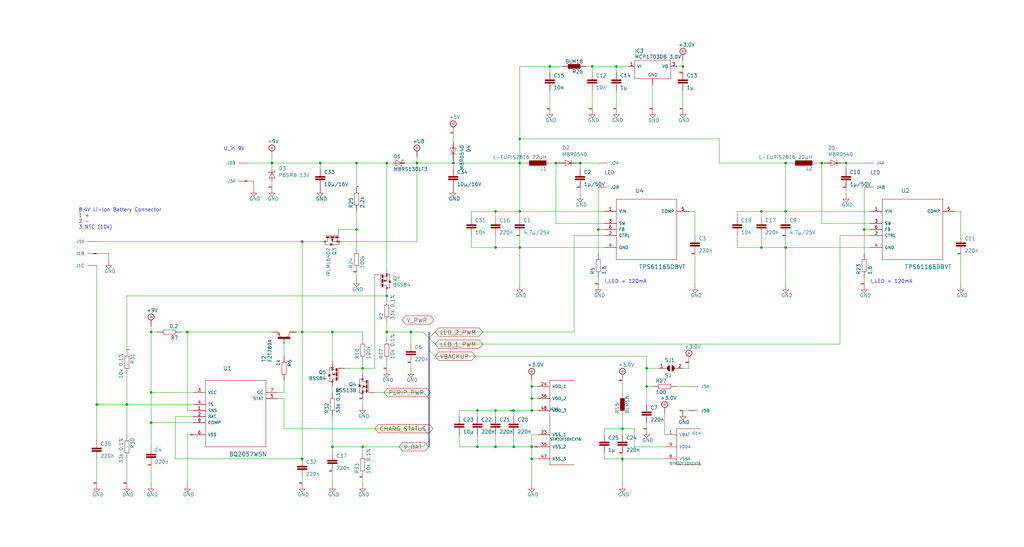
<source format=kicad_sch>
(kicad_sch (version 20211123) (generator eeschema)
  (paper "User" 430.403 230.149)
  (junction (at 330.2 68.58))
  (junction (at 127 193.04))
  (junction (at 287.02 27.94))
  (junction (at 355.6 68.58))
  (junction (at 320.04 88.9))
  (junction (at 208.28 187.96))
  (junction (at 139.7 187.96))
  (junction (at 139.7 139.7))
  (junction (at 218.44 88.9))
  (junction (at 190.5 68.58))
  (junction (at 218.44 58.42))
  (junction (at 261.62 193.04))
  (junction (at 271.78 154.94))
  (junction (at 53.34 170.18))
  (junction (at 114.3 68.58))
  (junction (at 208.28 172.72))
  (junction (at 345.44 68.58))
  (junction (at 215.9 172.72))
  (junction (at 233.68 68.58))
  (junction (at 320.04 104.14))
  (junction (at 363.22 96.52))
  (junction (at 215.9 187.96))
  (junction (at 172.72 139.7))
  (junction (at 271.78 162.56))
  (junction (at 149.86 96.52))
  (junction (at 330.2 88.9))
  (junction (at 248.92 27.94))
  (junction (at 223.52 162.56))
  (junction (at 162.56 68.58))
  (junction (at 78.74 139.7))
  (junction (at 127 139.7))
  (junction (at 162.56 124.46))
  (junction (at 63.5 139.7))
  (junction (at 208.28 104.14))
  (junction (at 152.4 154.94))
  (junction (at 40.64 170.18))
  (junction (at 63.5 177.8))
  (junction (at 218.44 104.14))
  (junction (at 259.08 27.94))
  (junction (at 218.44 68.58))
  (junction (at 175.26 68.58))
  (junction (at 208.28 88.9))
  (junction (at 261.62 180.34))
  (junction (at 149.86 68.58))
  (junction (at 152.4 187.96))
  (junction (at 330.2 104.14))
  (junction (at 134.62 68.58))
  (junction (at 127 101.6))
  (junction (at 243.84 68.58))
  (junction (at 223.52 167.64))
  (junction (at 200.66 187.96))
  (junction (at 251.46 96.52))
  (junction (at 223.52 172.72))
  (junction (at 231.14 27.94))
  (junction (at 223.52 187.96))
  (junction (at 63.5 165.1))
  (junction (at 200.66 172.72))
  (junction (at 223.52 193.04))
  (junction (at 162.56 139.7))
  (bus_entry (at 180.34 142.24) (size 2.54 -2.54))
  (bus_entry (at 180.34 147.32) (size 2.54 2.54))
  (bus_entry (at 177.8 165.1) (size 2.54 2.54))
  (bus_entry (at 177.8 180.34) (size 2.54 2.54))
  (bus_entry (at 177.8 139.7) (size 2.54 2.54))
  (bus_entry (at 177.8 187.96) (size 2.54 -2.54))
  (bus_entry (at 180.34 142.24) (size 2.54 2.54))
  (bus (pts (xy 180.34 139.7) (xy 180.34 142.24)))
  (wire (pts (xy 320.04 88.9) (xy 330.2 88.9)))
  (wire (pts (xy 274.32 45.72) (xy 274.32 35.56)))
  (wire (pts (xy 223.52 160.02) (xy 223.52 162.56)))
  (wire (pts (xy 271.78 162.56) (xy 271.78 170.18)))
  (wire (pts (xy 73.66 193.04) (xy 127 193.04)))
  (wire (pts (xy 223.52 182.88) (xy 223.52 187.96)))
  (wire (pts (xy 401.32 88.9) (xy 403.86 88.9)))
  (wire (pts (xy 254 88.9) (xy 218.44 88.9)))
  (wire (pts (xy 266.7 187.96) (xy 266.7 180.34)))
  (wire (pts (xy 279.4 182.88) (xy 279.4 173.99)))
  (wire (pts (xy 157.48 165.1) (xy 177.8 165.1)))
  (wire (pts (xy 271.78 180.34) (xy 271.78 177.8)))
  (wire (pts (xy 251.46 78.74) (xy 251.46 96.52)))
  (bus (pts (xy 180.34 142.24) (xy 180.34 147.32)))
  (wire (pts (xy 365.76 104.14) (xy 330.2 104.14)))
  (wire (pts (xy 223.52 187.96) (xy 223.52 193.04)))
  (wire (pts (xy 309.88 88.9) (xy 309.88 91.44)))
  (wire (pts (xy 241.3 68.58) (xy 243.84 68.58)))
  (wire (pts (xy 162.56 113.03) (xy 162.56 68.58)))
  (wire (pts (xy 193.04 187.96) (xy 200.66 187.96)))
  (wire (pts (xy 261.62 175.26) (xy 261.62 180.34)))
  (wire (pts (xy 226.06 187.96) (xy 223.52 187.96)))
  (wire (pts (xy 116.84 167.64) (xy 119.38 167.64)))
  (wire (pts (xy 261.62 160.02) (xy 261.62 165.1)))
  (wire (pts (xy 157.48 115.57) (xy 157.48 154.94)))
  (wire (pts (xy 226.06 172.72) (xy 223.52 172.72)))
  (wire (pts (xy 243.84 71.12) (xy 243.84 68.58)))
  (wire (pts (xy 76.2 139.7) (xy 78.74 139.7)))
  (wire (pts (xy 144.78 154.94) (xy 152.4 154.94)))
  (wire (pts (xy 287.02 45.72) (xy 287.02 38.1)))
  (wire (pts (xy 162.56 139.7) (xy 162.56 135.89)))
  (wire (pts (xy 289.56 88.9) (xy 292.1 88.9)))
  (wire (pts (xy 127 101.6) (xy 134.62 101.6)))
  (wire (pts (xy 149.86 114.3) (xy 149.86 116.84)))
  (wire (pts (xy 81.28 175.26) (xy 73.66 175.26)))
  (wire (pts (xy 302.26 58.42) (xy 218.44 58.42)))
  (wire (pts (xy 175.26 101.6) (xy 175.26 68.58)))
  (wire (pts (xy 198.12 88.9) (xy 198.12 91.44)))
  (wire (pts (xy 149.86 88.9) (xy 149.86 96.52)))
  (wire (pts (xy 53.34 170.18) (xy 53.34 182.88)))
  (wire (pts (xy 139.7 165.1) (xy 139.7 162.56)))
  (wire (pts (xy 119.38 180.34) (xy 177.8 180.34)))
  (wire (pts (xy 226.06 167.64) (xy 223.52 167.64)))
  (wire (pts (xy 355.6 71.12) (xy 355.6 68.58)))
  (wire (pts (xy 127 203.2) (xy 127 200.66)))
  (wire (pts (xy 292.1 106.68) (xy 292.1 119.38)))
  (wire (pts (xy 261.62 190.5) (xy 261.62 193.04)))
  (wire (pts (xy 134.62 71.12) (xy 134.62 68.58)))
  (wire (pts (xy 236.22 27.94) (xy 231.14 27.94)))
  (wire (pts (xy 264.16 27.94) (xy 259.08 27.94)))
  (wire (pts (xy 254 93.98) (xy 233.68 93.98)))
  (wire (pts (xy 251.46 119.38) (xy 251.46 116.84)))
  (wire (pts (xy 78.74 182.88) (xy 78.74 203.2)))
  (wire (pts (xy 226.06 162.56) (xy 223.52 162.56)))
  (wire (pts (xy 287.02 30.48) (xy 287.02 27.94)))
  (wire (pts (xy 119.38 167.64) (xy 119.38 180.34)))
  (wire (pts (xy 254 180.34) (xy 261.62 180.34)))
  (wire (pts (xy 114.3 71.12) (xy 114.3 68.58)))
  (wire (pts (xy 248.92 45.72) (xy 248.92 38.1)))
  (wire (pts (xy 243.84 68.58) (xy 251.46 68.58)))
  (wire (pts (xy 223.52 187.96) (xy 215.9 187.96)))
  (wire (pts (xy 172.72 144.78) (xy 172.72 139.7)))
  (wire (pts (xy 345.44 68.58) (xy 342.9 68.58)))
  (wire (pts (xy 152.4 142.24) (xy 152.4 139.7)))
  (wire (pts (xy 104.14 68.58) (xy 114.3 68.58)))
  (wire (pts (xy 193.04 172.72) (xy 200.66 172.72)))
  (wire (pts (xy 63.5 177.8) (xy 63.5 187.96)))
  (wire (pts (xy 284.48 27.94) (xy 287.02 27.94)))
  (wire (pts (xy 215.9 172.72) (xy 215.9 175.26)))
  (wire (pts (xy 63.5 165.1) (xy 63.5 177.8)))
  (wire (pts (xy 279.4 193.04) (xy 261.62 193.04)))
  (wire (pts (xy 157.48 154.94) (xy 152.4 154.94)))
  (wire (pts (xy 330.2 104.14) (xy 330.2 119.38)))
  (wire (pts (xy 218.44 88.9) (xy 218.44 68.58)))
  (wire (pts (xy 289.56 154.94) (xy 287.02 154.94)))
  (wire (pts (xy 175.26 68.58) (xy 190.5 68.58)))
  (wire (pts (xy 259.08 45.72) (xy 259.08 38.1)))
  (wire (pts (xy 208.28 187.96) (xy 208.28 182.88)))
  (wire (pts (xy 208.28 172.72) (xy 200.66 172.72)))
  (wire (pts (xy 353.06 68.58) (xy 355.6 68.58)))
  (wire (pts (xy 81.28 165.1) (xy 63.5 165.1)))
  (wire (pts (xy 254 182.88) (xy 254 180.34)))
  (wire (pts (xy 226.06 193.04) (xy 223.52 193.04)))
  (wire (pts (xy 139.7 139.7) (xy 127 139.7)))
  (wire (pts (xy 139.7 190.5) (xy 139.7 187.96)))
  (wire (pts (xy 271.78 162.56) (xy 271.78 154.94)))
  (wire (pts (xy 200.66 187.96) (xy 208.28 187.96)))
  (wire (pts (xy 40.64 203.2) (xy 40.64 193.04)))
  (wire (pts (xy 226.06 182.88) (xy 223.52 182.88)))
  (wire (pts (xy 403.86 88.9) (xy 403.86 99.06)))
  (wire (pts (xy 355.6 68.58) (xy 363.22 68.58)))
  (wire (pts (xy 218.44 68.58) (xy 220.98 68.58)))
  (wire (pts (xy 63.5 165.1) (xy 63.5 139.7)))
  (wire (pts (xy 355.6 78.74) (xy 355.6 81.28)))
  (wire (pts (xy 175.26 68.58) (xy 175.26 66.04)))
  (wire (pts (xy 139.7 187.96) (xy 139.7 175.26)))
  (wire (pts (xy 259.08 27.94) (xy 248.92 27.94)))
  (wire (pts (xy 248.92 30.48) (xy 248.92 27.94)))
  (wire (pts (xy 261.62 180.34) (xy 261.62 182.88)))
  (wire (pts (xy 190.5 71.12) (xy 190.5 68.58)))
  (wire (pts (xy 241.3 99.06) (xy 254 99.06)))
  (wire (pts (xy 81.28 172.72) (xy 78.74 172.72)))
  (wire (pts (xy 149.86 96.52) (xy 142.24 96.52)))
  (wire (pts (xy 200.66 182.88) (xy 200.66 187.96)))
  (wire (pts (xy 127 139.7) (xy 127 101.6)))
  (wire (pts (xy 182.88 144.78) (xy 353.06 144.78)))
  (wire (pts (xy 162.56 142.24) (xy 162.56 139.7)))
  (wire (pts (xy 78.74 172.72) (xy 78.74 139.7)))
  (wire (pts (xy 287.02 172.72) (xy 289.56 172.72)))
  (wire (pts (xy 119.38 165.1) (xy 119.38 160.02)))
  (wire (pts (xy 63.5 137.16) (xy 63.5 139.7)))
  (wire (pts (xy 172.72 139.7) (xy 162.56 139.7)))
  (wire (pts (xy 403.86 106.68) (xy 403.86 119.38)))
  (wire (pts (xy 190.5 68.58) (xy 218.44 68.58)))
  (wire (pts (xy 78.74 139.7) (xy 114.3 139.7)))
  (wire (pts (xy 363.22 78.74) (xy 363.22 96.52)))
  (wire (pts (xy 259.08 30.48) (xy 259.08 27.94)))
  (wire (pts (xy 254 104.14) (xy 218.44 104.14)))
  (wire (pts (xy 241.3 139.7) (xy 241.3 99.06)))
  (wire (pts (xy 363.22 119.38) (xy 363.22 116.84)))
  (wire (pts (xy 271.78 154.94) (xy 271.78 149.86)))
  (wire (pts (xy 284.48 162.56) (xy 289.56 162.56)))
  (wire (pts (xy 254 96.52) (xy 251.46 96.52)))
  (wire (pts (xy 271.78 162.56) (xy 274.32 162.56)))
  (wire (pts (xy 162.56 123.19) (xy 162.56 124.46)))
  (wire (pts (xy 218.44 99.06) (xy 218.44 104.14)))
  (wire (pts (xy 248.92 27.94) (xy 246.38 27.94)))
  (wire (pts (xy 215.9 187.96) (xy 208.28 187.96)))
  (wire (pts (xy 231.14 45.72) (xy 231.14 38.1)))
  (wire (pts (xy 345.44 93.98) (xy 345.44 68.58)))
  (wire (pts (xy 345.44 68.58) (xy 347.98 68.58)))
  (wire (pts (xy 53.34 170.18) (xy 40.64 170.18)))
  (bus (pts (xy 180.34 167.64) (xy 180.34 182.88)))
  (wire (pts (xy 40.64 111.76) (xy 40.64 170.18)))
  (wire (pts (xy 73.66 175.26) (xy 73.66 193.04)))
  (wire (pts (xy 139.7 187.96) (xy 152.4 187.96)))
  (wire (pts (xy 353.06 144.78) (xy 353.06 99.06)))
  (wire (pts (xy 218.44 88.9) (xy 208.28 88.9)))
  (wire (pts (xy 363.22 96.52) (xy 363.22 106.68)))
  (wire (pts (xy 320.04 91.44) (xy 320.04 88.9)))
  (wire (pts (xy 231.14 27.94) (xy 218.44 27.94)))
  (wire (pts (xy 302.26 68.58) (xy 330.2 68.58)))
  (wire (pts (xy 200.66 172.72) (xy 200.66 175.26)))
  (wire (pts (xy 198.12 99.06) (xy 198.12 104.14)))
  (wire (pts (xy 330.2 91.44) (xy 330.2 88.9)))
  (wire (pts (xy 198.12 104.14) (xy 208.28 104.14)))
  (wire (pts (xy 289.56 152.4) (xy 289.56 154.94)))
  (bus (pts (xy 180.34 182.88) (xy 180.34 185.42)))
  (wire (pts (xy 276.86 154.94) (xy 271.78 154.94)))
  (wire (pts (xy 53.34 203.2) (xy 53.34 193.04)))
  (wire (pts (xy 170.18 68.58) (xy 175.26 68.58)))
  (wire (pts (xy 193.04 182.88) (xy 193.04 187.96)))
  (wire (pts (xy 152.4 200.66) (xy 152.4 203.2)))
  (wire (pts (xy 365.76 88.9) (xy 330.2 88.9)))
  (wire (pts (xy 218.44 91.44) (xy 218.44 88.9)))
  (wire (pts (xy 152.4 167.64) (xy 152.4 170.18)))
  (wire (pts (xy 287.02 27.94) (xy 287.02 25.4)))
  (wire (pts (xy 106.68 76.2) (xy 106.68 78.74)))
  (wire (pts (xy 254 190.5) (xy 254 193.04)))
  (wire (pts (xy 254 193.04) (xy 261.62 193.04)))
  (wire (pts (xy 223.52 193.04) (xy 223.52 203.2)))
  (wire (pts (xy 114.3 68.58) (xy 114.3 66.04)))
  (wire (pts (xy 302.26 68.58) (xy 302.26 58.42)))
  (wire (pts (xy 162.56 154.94) (xy 162.56 152.4)))
  (wire (pts (xy 233.68 68.58) (xy 236.22 68.58)))
  (wire (pts (xy 152.4 154.94) (xy 152.4 152.4)))
  (wire (pts (xy 127 139.7) (xy 124.46 139.7)))
  (wire (pts (xy 172.72 152.4) (xy 172.72 154.94)))
  (wire (pts (xy 40.64 101.6) (xy 127 101.6)))
  (wire (pts (xy 330.2 88.9) (xy 330.2 68.58)))
  (wire (pts (xy 353.06 99.06) (xy 365.76 99.06)))
  (wire (pts (xy 53.34 157.48) (xy 53.34 170.18)))
  (wire (pts (xy 320.04 88.9) (xy 309.88 88.9)))
  (wire (pts (xy 208.28 88.9) (xy 198.12 88.9)))
  (wire (pts (xy 190.5 55.88) (xy 190.5 60.96)))
  (wire (pts (xy 144.78 101.6) (xy 175.26 101.6)))
  (wire (pts (xy 66.04 139.7) (xy 63.5 139.7)))
  (wire (pts (xy 218.44 104.14) (xy 218.44 119.38)))
  (wire (pts (xy 215.9 182.88) (xy 215.9 187.96)))
  (wire (pts (xy 218.44 27.94) (xy 218.44 58.42)))
  (bus (pts (xy 180.34 185.42) (xy 180.34 187.96)))
  (wire (pts (xy 149.86 96.52) (xy 149.86 104.14)))
  (wire (pts (xy 365.76 96.52) (xy 363.22 96.52)))
  (wire (pts (xy 208.28 88.9) (xy 208.28 91.44)))
  (wire (pts (xy 279.4 187.96) (xy 266.7 187.96)))
  (wire (pts (xy 162.56 124.46) (xy 162.56 125.73)))
  (wire (pts (xy 365.76 93.98) (xy 345.44 93.98)))
  (wire (pts (xy 53.34 124.46) (xy 162.56 124.46)))
  (wire (pts (xy 40.64 185.42) (xy 40.64 170.18)))
  (wire (pts (xy 81.28 177.8) (xy 63.5 177.8)))
  (wire (pts (xy 190.5 66.04) (xy 190.5 68.58)))
  (wire (pts (xy 63.5 195.58) (xy 63.5 203.2)))
  (wire (pts (xy 177.8 139.7) (xy 172.72 139.7)))
  (wire (pts (xy 330.2 68.58) (xy 332.74 68.58)))
  (wire (pts (xy 320.04 104.14) (xy 330.2 104.14)))
  (wire (pts (xy 182.88 139.7) (xy 241.3 139.7)))
  (wire (pts (xy 114.3 78.74) (xy 114.3 76.2)))
  (wire (pts (xy 231.14 30.48) (xy 231.14 27.94)))
  (wire (pts (xy 182.88 149.86) (xy 271.78 149.86)))
  (wire (pts (xy 208.28 175.26) (xy 208.28 172.72)))
  (wire (pts (xy 149.86 78.74) (xy 149.86 68.58)))
  (wire (pts (xy 261.62 193.04) (xy 261.62 203.2)))
  (wire (pts (xy 162.56 68.58) (xy 165.1 68.58)))
  (wire (pts (xy 292.1 88.9) (xy 292.1 99.06)))
  (wire (pts (xy 233.68 93.98) (xy 233.68 68.58)))
  (wire (pts (xy 233.68 68.58) (xy 231.14 68.58)))
  (wire (pts (xy 114.3 68.58) (xy 134.62 68.58)))
  (bus (pts (xy 180.34 147.32) (xy 180.34 167.64)))
  (wire (pts (xy 139.7 152.4) (xy 139.7 139.7)))
  (wire (pts (xy 152.4 157.48) (xy 152.4 154.94)))
  (wire (pts (xy 116.84 165.1) (xy 119.38 165.1)))
  (wire (pts (xy 320.04 99.06) (xy 320.04 104.14)))
  (wire (pts (xy 223.52 167.64) (xy 223.52 172.72)))
  (wire (pts (xy 251.46 96.52) (xy 251.46 106.68)))
  (wire (pts (xy 104.14 76.2) (xy 106.68 76.2)))
  (wire (pts (xy 81.28 170.18) (xy 53.34 170.18)))
  (wire (pts (xy 81.28 182.88) (xy 78.74 182.88)))
  (wire (pts (xy 139.7 198.12) (xy 139.7 203.2)))
  (wire (pts (xy 193.04 175.26) (xy 193.04 172.72)))
  (wire (pts (xy 53.34 147.32) (xy 53.34 124.46)))
  (wire (pts (xy 223.52 172.72) (xy 215.9 172.72)))
  (wire (pts (xy 152.4 190.5) (xy 152.4 187.96)))
  (wire (pts (xy 223.52 162.56) (xy 223.52 167.64)))
  (wire (pts (xy 243.84 78.74) (xy 243.84 81.28)))
  (wire (pts (xy 45.72 106.68) (xy 45.72 109.22)))
  (wire (pts (xy 152.4 187.96) (xy 177.8 187.96)))
  (wire (pts (xy 208.28 99.06) (xy 208.28 104.14)))
  (wire (pts (xy 208.28 172.72) (xy 215.9 172.72)))
  (wire (pts (xy 218.44 58.42) (xy 218.44 68.58)))
  (wire (pts (xy 309.88 104.14) (xy 320.04 104.14)))
  (wire (pts (xy 266.7 180.34) (xy 261.62 180.34)))
  (wire (pts (xy 119.38 149.86) (xy 119.38 144.78)))
  (wire (pts (xy 134.62 68.58) (xy 149.86 68.58)))
  (wire (pts (xy 208.28 104.14) (xy 218.44 104.14)))
  (wire (pts (xy 127 193.04) (xy 127 139.7)))
  (wire (pts (xy 152.4 139.7) (xy 139.7 139.7)))
  (wire (pts (xy 149.86 68.58) (xy 162.56 68.58)))
  (wire (pts (xy 40.64 106.68) (xy 45.72 106.68)))
  (wire (pts (xy 309.88 99.06) (xy 309.88 104.14)))
  (wire (pts (xy 330.2 99.06) (xy 330.2 104.14)))
  (text "I_LED = 120mA" (at 254 119.38 0) (effects (font (size 1.4986 1.4986)) (justify left bottom)))
  (text "LED" (at 254 73.66 0) (effects (font (size 1.4986 1.4986)) (justify left bottom)))
  (text "U_in 9V" (at 93.98 63.5 0) (effects (font (size 1.4986 1.4986)) (justify left bottom)))
  (text "I_LED = 120mA" (at 365.76 119.38 0) (effects (font (size 1.4986 1.4986)) (justify left bottom)))
  (text "8,4V Li-Ion Battery Connector\n1 +\n2 -\n3 NTC (10k)" (at 33.02 96.52 0) (effects (font (size 1.4986 1.4986)) (justify left bottom)))
  (text "LED" (at 365.76 73.66 0) (effects (font (size 1.4986 1.4986)) (justify left bottom)))
  (label "+9V" (at 53.34 147.32 0) (effects (font (size 0.254 0.254))))
  (label "+9V" (at 149.86 78.74 0) (effects (font (size 0.254 0.254))))
  (global_label "GND" (shape bidirectional) (at 172.72 152.4 180) (effects (font (size 0.254 0.254))) (property "Intersheet References" "${INTERSHEET_REFS}" (effects hide)))
  (global_label "GND" (shape bidirectional) (at 292.1 106.68 180) (effects (font (size 0.254 0.254))) (property "Intersheet References" "${INTERSHEET_REFS}" (effects hide)))
  (global_label "V_BAT" (shape bidirectional) (at 167.64 187.96 0) (effects (font (size 1.778 1.778))) (property "Intersheet References" "${INTERSHEET_REFS}" (effects hide)))
  (global_label "GND" (shape bidirectional) (at 287.02 45.72 180) (effects (font (size 0.254 0.254))) (property "Intersheet References" "${INTERSHEET_REFS}" (effects hide)))
  (global_label "GND" (shape bidirectional) (at 104.14 76.2 180) (effects (font (size 0.254 0.254))) (property "Intersheet References" "${INTERSHEET_REFS}" (effects hide)))
  (global_label "GND" (shape bidirectional) (at 63.5 195.58 180) (effects (font (size 0.254 0.254))) (property "Intersheet References" "${INTERSHEET_REFS}" (effects hide)))
  (global_label "CHARG_STATUS" (shape bidirectional) (at 157.48 180.34 0) (effects (font (size 1.778 1.778))) (property "Intersheet References" "${INTERSHEET_REFS}" (effects hide)))
  (global_label "GND" (shape bidirectional) (at 218.44 99.06 180) (effects (font (size 0.254 0.254))) (property "Intersheet References" "${INTERSHEET_REFS}" (effects hide)))
  (global_label "GND" (shape bidirectional) (at 149.86 114.3 180) (effects (font (size 0.254 0.254))) (property "Intersheet References" "${INTERSHEET_REFS}" (effects hide)))
  (global_label "LED_2_PWM" (shape bidirectional) (at 182.88 139.7 0) (effects (font (size 1.778 1.778))) (property "Intersheet References" "${INTERSHEET_REFS}" (effects hide)))
  (global_label "GND" (shape bidirectional) (at 53.34 203.2 180) (effects (font (size 0.254 0.254))) (property "Intersheet References" "${INTERSHEET_REFS}" (effects hide)))
  (global_label "GND" (shape bidirectional) (at 403.86 106.68 180) (effects (font (size 0.254 0.254))) (property "Intersheet References" "${INTERSHEET_REFS}" (effects hide)))
  (global_label "GND" (shape bidirectional) (at 152.4 200.66 180) (effects (font (size 0.254 0.254))) (property "Intersheet References" "${INTERSHEET_REFS}" (effects hide)))
  (global_label "+UB" (shape bidirectional) (at 170.18 68.58 180) (effects (font (size 0.254 0.254))) (property "Intersheet References" "${INTERSHEET_REFS}" (effects hide)))
  (global_label "GND" (shape bidirectional) (at 287.02 172.72 180) (effects (font (size 0.254 0.254))) (property "Intersheet References" "${INTERSHEET_REFS}" (effects hide)))
  (global_label "LED_1_PWM" (shape bidirectional) (at 182.88 144.78 0) (effects (font (size 1.778 1.778))) (property "Intersheet References" "${INTERSHEET_REFS}" (effects hide)))
  (global_label "GND" (shape bidirectional) (at 40.64 203.2 180) (effects (font (size 0.254 0.254))) (property "Intersheet References" "${INTERSHEET_REFS}" (effects hide)))
  (global_label "GND" (shape bidirectional) (at 271.78 180.34 180) (effects (font (size 0.254 0.254))) (property "Intersheet References" "${INTERSHEET_REFS}" (effects hide)))
  (global_label "+UB3" (shape bidirectional) (at 261.62 160.02 180) (effects (font (size 0.254 0.254))) (property "Intersheet References" "${INTERSHEET_REFS}" (effects hide)))
  (global_label "+UB3" (shape bidirectional) (at 289.56 152.4 180) (effects (font (size 0.254 0.254))) (property "Intersheet References" "${INTERSHEET_REFS}" (effects hide)))
  (global_label "GND" (shape bidirectional) (at 261.62 190.5 180) (effects (font (size 0.254 0.254))) (property "Intersheet References" "${INTERSHEET_REFS}" (effects hide)))
  (global_label "GND" (shape bidirectional) (at 355.6 78.74 180) (effects (font (size 0.254 0.254))) (property "Intersheet References" "${INTERSHEET_REFS}" (effects hide)))
  (global_label "GND" (shape bidirectional) (at 114.3 78.74 180) (effects (font (size 0.254 0.254))) (property "Intersheet References" "${INTERSHEET_REFS}" (effects hide)))
  (global_label "GND" (shape bidirectional) (at 226.06 187.96 180) (effects (font (size 0.254 0.254))) (property "Intersheet References" "${INTERSHEET_REFS}" (effects hide)))
  (global_label "GND" (shape bidirectional) (at 248.92 45.72 180) (effects (font (size 0.254 0.254))) (property "Intersheet References" "${INTERSHEET_REFS}" (effects hide)))
  (global_label "GND" (shape bidirectional) (at 251.46 119.38 180) (effects (font (size 0.254 0.254))) (property "Intersheet References" "${INTERSHEET_REFS}" (effects hide)))
  (global_label "GND" (shape bidirectional) (at 162.56 154.94 180) (effects (font (size 0.254 0.254))) (property "Intersheet References" "${INTERSHEET_REFS}" (effects hide)))
  (global_label "GND" (shape bidirectional) (at 259.08 45.72 180) (effects (font (size 0.254 0.254))) (property "Intersheet References" "${INTERSHEET_REFS}" (effects hide)))
  (global_label "GND" (shape bidirectional) (at 274.32 45.72 180) (effects (font (size 0.254 0.254))) (property "Intersheet References" "${INTERSHEET_REFS}" (effects hide)))
  (global_label "PERIP_PWR" (shape bidirectional) (at 161.29 165.1 0) (effects (font (size 1.778 1.778))) (property "Intersheet References" "${INTERSHEET_REFS}" (effects hide)))
  (global_label "GND" (shape bidirectional) (at 139.7 198.12 180) (effects (font (size 0.254 0.254))) (property "Intersheet References" "${INTERSHEET_REFS}" (effects hide)))
  (global_label "GND" (shape bidirectional) (at 127 203.2 180) (effects (font (size 0.254 0.254))) (property "Intersheet References" "${INTERSHEET_REFS}" (effects hide)))
  (global_label "+UB3" (shape bidirectional) (at 287.02 30.48 180) (effects (font (size 0.254 0.254))) (property "Intersheet References" "${INTERSHEET_REFS}" (effects hide)))
  (global_label "GND" (shape bidirectional) (at 243.84 78.74 180) (effects (font (size 0.254 0.254))) (property "Intersheet References" "${INTERSHEET_REFS}" (effects hide)))
  (global_label "GND" (shape bidirectional) (at 40.64 106.68 180) (effects (font (size 0.254 0.254))) (property "Intersheet References" "${INTERSHEET_REFS}" (effects hide)))
  (global_label "V_PWR" (shape bidirectional) (at 168.91 134.62 0) (effects (font (size 1.778 1.778))) (property "Intersheet References" "${INTERSHEET_REFS}" (effects hide)))
  (global_label "VBACKUP" (shape bidirectional) (at 182.88 149.86 0) (effects (font (size 1.778 1.778))) (property "Intersheet References" "${INTERSHEET_REFS}" (effects hide)))
  (global_label "GND" (shape bidirectional) (at 330.2 99.06 180) (effects (font (size 0.254 0.254))) (property "Intersheet References" "${INTERSHEET_REFS}" (effects hide)))
  (global_label "+5V" (shape bidirectional) (at 190.5 55.88 180) (effects (font (size 0.254 0.254))) (property "Intersheet References" "${INTERSHEET_REFS}" (effects hide)))
  (global_label "GND" (shape bidirectional) (at 231.14 45.72 180) (effects (font (size 0.254 0.254))) (property "Intersheet References" "${INTERSHEET_REFS}" (effects hide)))
  (global_label "GND" (shape bidirectional) (at 81.28 182.88 180) (effects (font (size 0.254 0.254))) (property "Intersheet References" "${INTERSHEET_REFS}" (effects hide)))
  (global_label "GND" (shape bidirectional) (at 152.4 167.64 180) (effects (font (size 0.254 0.254))) (property "Intersheet References" "${INTERSHEET_REFS}" (effects hide)))
  (global_label "+UB3" (shape bidirectional) (at 215.9 172.72 180) (effects (font (size 0.254 0.254))) (property "Intersheet References" "${INTERSHEET_REFS}" (effects hide)))
  (global_label "GND" (shape bidirectional) (at 363.22 119.38 180) (effects (font (size 0.254 0.254))) (property "Intersheet References" "${INTERSHEET_REFS}" (effects hide)))
  (symbol (lib_id "Lichtobjekt_6-eagle-import:GND") (at 172.72 157.48 0) (unit 1)
    (property "Reference" "#SUPPLY030" (effects hide))
    (property "Value" "GND" (at 170.815 160.655 0) (effects (font (size 1.4986 1.4986)) (justify left bottom)))
  )
  (symbol (lib_id "Lichtobjekt_6-eagle-import:GND") (at 363.22 121.92 0) (unit 1)
    (property "Reference" "#SUPPLY055" (effects hide))
    (property "Value" "GND" (at 361.315 125.095 0) (effects (font (size 1.4986 1.4986)) (justify left bottom)))
  )
  (symbol (lib_id "Lichtobjekt_6-eagle-import:R-EU_R1206") (at 251.46 111.76 90) (unit 1)
    (property "Reference" "R5" (at 249.9614 115.57 0) (effects (font (size 1.4986 1.4986)) (justify left bottom)))
    (property "Value" "1,6" (at 254.762 115.57 0) (effects (font (size 1.4986 1.4986)) (justify left bottom)))
    (property "Footprint" "Lichtobjekt 6:R1206" (effects hide))
  )
  (symbol (lib_id "Lichtobjekt_6-eagle-import:C-EUC0603") (at 271.78 172.72 0) (unit 1)
    (property "Reference" "C7" (at 273.304 172.339 0) (effects (font (size 1.4986 1.4986)) (justify left bottom)))
    (property "Value" "220n" (at 273.304 177.419 0) (effects (font (size 1.4986 1.4986)) (justify left bottom)))
    (property "Footprint" "Lichtobjekt 6:C0603" (effects hide))
  )
  (symbol (lib_id "Lichtobjekt_6-eagle-import:MCP1703DB") (at 274.32 27.94 0) (unit 1)
    (property "Reference" "IC3" (at 266.7 22.225 0) (effects (font (size 1.4986 1.4986)) (justify left bottom)))
    (property "Value" "MCP1703DB 3.0V" (at 266.7 24.765 0) (effects (font (size 1.4986 1.4986)) (justify left bottom)))
    (property "Footprint" "Lichtobjekt 6:SOT223" (effects hide))
  )
  (symbol (lib_id "Lichtobjekt_6-eagle-import:GND") (at 248.92 48.26 0) (unit 1)
    (property "Reference" "#SUPPLY059" (effects hide))
    (property "Value" "GND" (at 247.015 51.435 0) (effects (font (size 1.4986 1.4986)) (justify left bottom)))
  )
  (symbol (lib_id "Lichtobjekt_6-eagle-import:+9V") (at 63.5 134.62 0) (unit 1)
    (property "Reference" "#SUPPLY02" (effects hide))
    (property "Value" "+9V" (at 61.595 131.445 0) (effects (font (size 1.4986 1.4986)) (justify left bottom)))
  )
  (symbol (lib_id "Lichtobjekt_6-eagle-import:+3.0V") (at 261.62 157.48 0) (unit 1)
    (property "Reference" "#SUPPLY027" (effects hide))
    (property "Value" "+3.0V" (at 259.715 154.305 0) (effects (font (size 1.4986 1.4986)) (justify left bottom)))
  )
  (symbol (lib_id "Lichtobjekt_6-eagle-import:C-EUC0603") (at 261.62 185.42 0) (unit 1)
    (property "Reference" "C24" (at 263.144 185.039 0) (effects (font (size 1.4986 1.4986)) (justify left bottom)))
    (property "Value" "220n" (at 263.144 190.119 0) (effects (font (size 1.4986 1.4986)) (justify left bottom)))
    (property "Footprint" "Lichtobjekt 6:C0603" (effects hide))
  )
  (symbol (lib_id "Lichtobjekt_6-eagle-import:GND") (at 106.68 81.28 0) (unit 1)
    (property "Reference" "#SUPPLY04" (effects hide))
    (property "Value" "GND" (at 104.775 84.455 0) (effects (font (size 1.4986 1.4986)) (justify left bottom)))
  )
  (symbol (lib_id "Lichtobjekt_6-eagle-import:GND") (at 114.3 81.28 0) (unit 1)
    (property "Reference" "#SUPPLY05" (effects hide))
    (property "Value" "GND" (at 112.395 84.455 0) (effects (font (size 1.4986 1.4986)) (justify left bottom)))
  )
  (symbol (lib_id "Lichtobjekt_6-eagle-import:BSS138") (at 152.4 162.56 0) (mirror y) (unit 1)
    (property "Reference" "Q4" (at 149.86 162.56 0) (effects (font (size 1.4986 1.4986)) (justify left bottom)))
    (property "Value" "BSS138" (at 149.86 165.1 0) (effects (font (size 1.4986 1.4986)) (justify left bottom)))
    (property "Footprint" "Lichtobjekt 6:SOT23" (effects hide))
  )
  (symbol (lib_id "Lichtobjekt_6-eagle-import:STM32F10XCXT6") (at 289.56 187.96 0) (mirror y) (unit 8)
    (property "Reference" "IC1" (at 294.64 182.88 0) (effects (font (size 1.0668 1.0668)) (justify left bottom)))
    (property "Value" "STM32F10XCXT6" (at 294.64 195.58 0) (effects (font (size 1.0668 1.0668)) (justify left bottom)))
    (property "Footprint" "Lichtobjekt 6:TQFP48" (effects hide))
  )
  (symbol (lib_id "Lichtobjekt_6-eagle-import:STM32F10XCXT6") (at 236.22 177.8 0) (unit 5)
    (property "Reference" "IC1" (at 231.14 172.72 0) (effects (font (size 1.0668 1.0668)) (justify left bottom)))
    (property "Value" "STM32F10XCXT6" (at 231.14 185.42 0) (effects (font (size 1.0668 1.0668)) (justify left bottom)))
    (property "Footprint" "Lichtobjekt 6:TQFP48" (effects hide))
  )
  (symbol (lib_id "Lichtobjekt_6-eagle-import:C-EUC0805") (at 243.84 73.66 0) (unit 1)
    (property "Reference" "C2" (at 245.364 73.279 0) (effects (font (size 1.4986 1.4986)) (justify left bottom)))
    (property "Value" "1µ/50V" (at 245.364 78.359 0) (effects (font (size 1.4986 1.4986)) (justify left bottom)))
    (property "Footprint" "Lichtobjekt 6:C0805" (effects hide))
  )
  (symbol (lib_id "Lichtobjekt_6-eagle-import:+UB") (at 175.26 63.5 0) (unit 1)
    (property "Reference" "#SUPPLY017" (effects hide))
    (property "Value" "+UB" (at 173.355 60.325 0) (effects (font (size 1.4986 1.4986)) (justify left bottom)))
  )
  (symbol (lib_id "Lichtobjekt_6-eagle-import:+3.0V") (at 287.02 22.86 0) (unit 1)
    (property "Reference" "#SUPPLY015" (effects hide))
    (property "Value" "+3.0V" (at 285.115 19.685 0) (effects (font (size 1.4986 1.4986)) (justify left bottom)))
  )
  (symbol (lib_id "Lichtobjekt_6-eagle-import:GND") (at 243.84 83.82 0) (unit 1)
    (property "Reference" "#SUPPLY010" (effects hide))
    (property "Value" "GND" (at 241.935 86.995 0) (effects (font (size 1.4986 1.4986)) (justify left bottom)))
  )
  (symbol (lib_id "Lichtobjekt_6-eagle-import:GND") (at 292.1 121.92 0) (unit 1)
    (property "Reference" "#SUPPLY07" (effects hide))
    (property "Value" "GND" (at 290.195 125.095 0) (effects (font (size 1.4986 1.4986)) (justify left bottom)))
  )
  (symbol (lib_id "Lichtobjekt_6-eagle-import:+3.0V") (at 223.52 157.48 0) (unit 1)
    (property "Reference" "#SUPPLY024" (effects hide))
    (property "Value" "+3.0V" (at 221.615 154.305 0) (effects (font (size 1.4986 1.4986)) (justify left bottom)))
  )
  (symbol (lib_id "Lichtobjekt_6-eagle-import:GND") (at 139.7 205.74 0) (unit 1)
    (property "Reference" "#SUPPLY072" (effects hide))
    (property "Value" "GND" (at 137.795 208.915 0) (effects (font (size 1.4986 1.4986)) (justify left bottom)))
  )
  (symbol (lib_id "Lichtobjekt_6-eagle-import:FZT789A") (at 119.38 142.24 90) (unit 1)
    (property "Reference" "T2" (at 111.76 152.4 0) (effects (font (size 1.4986 1.4986)) (justify left bottom)))
    (property "Value" "FZT789A" (at 114.3 152.4 0) (effects (font (size 1.4986 1.4986)) (justify left bottom)))
    (property "Footprint" "Lichtobjekt 6:SOT223" (effects hide))
  )
  (symbol (lib_id "Lichtobjekt_6-eagle-import:GND") (at 287.02 48.26 0) (unit 1)
    (property "Reference" "#SUPPLY012" (effects hide))
    (property "Value" "GND" (at 285.115 51.435 0) (effects (font (size 1.4986 1.4986)) (justify left bottom)))
  )
  (symbol (lib_id "Lichtobjekt_6-eagle-import:MBR0520LT") (at 350.52 68.58 0) (unit 1)
    (property "Reference" "D5" (at 347.98 63.0174 0) (effects (font (size 1.4986 1.4986)) (justify left bottom)))
    (property "Value" "MBR0540" (at 347.98 65.8114 0) (effects (font (size 1.4986 1.4986)) (justify left bottom)))
    (property "Footprint" "Lichtobjekt 6:SOD123" (effects hide))
  )
  (symbol (lib_id "Lichtobjekt_6-eagle-import:C-EUC0603") (at 248.92 33.02 0) (unit 1)
    (property "Reference" "C12" (at 250.444 32.639 0) (effects (font (size 1.4986 1.4986)) (justify left bottom)))
    (property "Value" "10n" (at 250.444 37.719 0) (effects (font (size 1.4986 1.4986)) (justify left bottom)))
    (property "Footprint" "Lichtobjekt 6:C0603" (effects hide))
  )
  (symbol (lib_id "Lichtobjekt_6-eagle-import:GND") (at 231.14 48.26 0) (unit 1)
    (property "Reference" "#SUPPLY060" (effects hide))
    (property "Value" "GND" (at 229.235 51.435 0) (effects (font (size 1.4986 1.4986)) (justify left bottom)))
  )
  (symbol (lib_id "Lichtobjekt_6-eagle-import:GND") (at 355.6 83.82 0) (unit 1)
    (property "Reference" "#SUPPLY056" (effects hide))
    (property "Value" "GND" (at 353.695 86.995 0) (effects (font (size 1.4986 1.4986)) (justify left bottom)))
  )
  (symbol (lib_id "Lichtobjekt_6-eagle-import:BLM18") (at 261.62 170.18 90) (unit 1)
    (property "Reference" "R15" (at 260.2484 173.99 0) (effects (font (size 1.4986 1.4986)) (justify left bottom)))
    (property "Value" "BLM18" (at 264.541 173.99 0) (effects (font (size 1.4986 1.4986)) (justify left bottom)))
    (property "Footprint" "Lichtobjekt 6:R0805" (effects hide))
  )
  (symbol (lib_id "Lichtobjekt_6-eagle-import:C-EUC0603") (at 309.88 93.98 0) (unit 1)
    (property "Reference" "C19" (at 311.404 93.599 0) (effects (font (size 1.4986 1.4986)) (justify left bottom)))
    (property "Value" "10n" (at 311.404 98.679 0) (effects (font (size 1.4986 1.4986)) (justify left bottom)))
    (property "Footprint" "Lichtobjekt 6:C0603" (effects hide))
  )
  (symbol (lib_id "Lichtobjekt_6-eagle-import:C-EUC0603") (at 292.1 101.6 0) (unit 1)
    (property "Reference" "C3" (at 293.624 101.219 0) (effects (font (size 1.4986 1.4986)) (justify left bottom)))
    (property "Value" "220n" (at 293.624 106.299 0) (effects (font (size 1.4986 1.4986)) (justify left bottom)))
    (property "Footprint" "Lichtobjekt 6:C0603" (effects hide))
  )
  (symbol (lib_id "Lichtobjekt_6-eagle-import:C-EUC0603") (at 139.7 193.04 0) (unit 1)
    (property "Reference" "C37" (at 141.224 192.659 0) (effects (font (size 1.4986 1.4986)) (justify left bottom)))
    (property "Value" "220n" (at 141.224 197.739 0) (effects (font (size 1.4986 1.4986)) (justify left bottom)))
    (property "Footprint" "Lichtobjekt 6:C0603" (effects hide))
  )
  (symbol (lib_id "Lichtobjekt_6-eagle-import:C-EUC0603") (at 172.72 147.32 0) (unit 1)
    (property "Reference" "C6" (at 174.244 146.939 0) (effects (font (size 1.4986 1.4986)) (justify left bottom)))
    (property "Value" "220n" (at 174.244 152.019 0) (effects (font (size 1.4986 1.4986)) (justify left bottom)))
    (property "Footprint" "Lichtobjekt 6:C0603" (effects hide))
  )
  (symbol (lib_id "Lichtobjekt_6-eagle-import:TPS61165DBVT") (at 383.54 93.98 0) (unit 1)
    (property "Reference" "U2" (at 378.6632 81.2546 0) (effects (font (size 1.7526 1.7526)) (justify left bottom)))
    (property "Value" "TPS61165DBVT" (at 380.2634 113.2586 0) (effects (font (size 1.7526 1.7526)) (justify left bottom)))
    (property "Footprint" "Lichtobjekt 6:SOT95P280X145-6N" (effects hide))
  )
  (symbol (lib_id "Lichtobjekt_6-eagle-import:R-EU_R0805") (at 149.86 109.22 90) (unit 1)
    (property "Reference" "R24" (at 148.3614 113.03 0) (effects (font (size 1.4986 1.4986)) (justify left bottom)))
    (property "Value" "100k" (at 153.162 113.03 0) (effects (font (size 1.4986 1.4986)) (justify left bottom)))
    (property "Footprint" "Lichtobjekt 6:R0805" (effects hide))
  )
  (symbol (lib_id "Lichtobjekt_6-eagle-import:+9V") (at 114.3 63.5 0) (unit 1)
    (property "Reference" "#SUPPLY03" (effects hide))
    (property "Value" "+9V" (at 112.395 60.325 0) (effects (font (size 1.4986 1.4986)) (justify left bottom)))
  )
  (symbol (lib_id "Lichtobjekt_6-eagle-import:GND") (at 223.52 205.74 0) (unit 1)
    (property "Reference" "#SUPPLY025" (effects hide))
    (property "Value" "GND" (at 221.615 208.915 0) (effects (font (size 1.4986 1.4986)) (justify left bottom)))
  )
  (symbol (lib_id "Lichtobjekt_6-eagle-import:R-EU_R0805") (at 152.4 195.58 90) (unit 1)
    (property "Reference" "R33" (at 150.9014 199.39 0) (effects (font (size 1.4986 1.4986)) (justify left bottom)))
    (property "Value" "10k 0.1%" (at 155.702 199.39 0) (effects (font (size 1.4986 1.4986)) (justify left bottom)))
    (property "Footprint" "Lichtobjekt 6:R0805" (effects hide))
  )
  (symbol (lib_id "Lichtobjekt_6-eagle-import:C-EUC0603") (at 40.64 187.96 0) (unit 1)
    (property "Reference" "C35" (at 42.164 187.579 0) (effects (font (size 1.4986 1.4986)) (justify left bottom)))
    (property "Value" "220n" (at 42.164 192.659 0) (effects (font (size 1.4986 1.4986)) (justify left bottom)))
    (property "Footprint" "Lichtobjekt 6:C0603" (effects hide))
  )
  (symbol (lib_id "Lichtobjekt_6-eagle-import:GND") (at 152.4 172.72 0) (unit 1)
    (property "Reference" "#SUPPLY021" (effects hide))
    (property "Value" "GND" (at 150.495 175.895 0) (effects (font (size 1.4986 1.4986)) (justify left bottom)))
  )
  (symbol (lib_id "Lichtobjekt_6-eagle-import:C-EUC1210") (at 190.5 73.66 0) (unit 1)
    (property "Reference" "C34" (at 192.024 73.279 0) (effects (font (size 1.4986 1.4986)) (justify left bottom)))
    (property "Value" "10µ/16V" (at 192.024 78.359 0) (effects (font (size 1.4986 1.4986)) (justify left bottom)))
    (property "Footprint" "Lichtobjekt 6:C1210" (effects hide))
  )
  (symbol (lib_id "Lichtobjekt_6-eagle-import:+3.0V") (at 279.4 171.45 0) (unit 1)
    (property "Reference" "#SUPPLY0101" (effects hide))
    (property "Value" "+3.0V" (at 277.495 168.275 0) (effects (font (size 1.4986 1.4986)) (justify left bottom)))
  )
  (symbol (lib_id "Lichtobjekt_6-eagle-import:SJ") (at 281.94 154.94 0) (unit 1)
    (property "Reference" "SJ1" (at 279.4 152.4 0) (effects (font (size 1.4986 1.4986)) (justify left bottom)))
    (property "Value" "SJ" (at 279.4 158.75 0) (effects (font (size 1.4986 1.4986)) (justify left bottom)))
    (property "Footprint" "Lichtobjekt 6:SJ" (effects hide))
  )
  (symbol (lib_id "Lichtobjekt_6-eagle-import:GND") (at 330.2 121.92 0) (unit 1)
    (property "Reference" "#SUPPLY044" (effects hide))
    (property "Value" "GND" (at 328.295 125.095 0) (effects (font (size 1.4986 1.4986)) (justify left bottom)))
  )
  (symbol (lib_id "Lichtobjekt_6-eagle-import:R-EU_R1206") (at 71.12 139.7 180) (unit 1)
    (property "Reference" "R7" (at 74.93 141.1986 0) (effects (font (size 1.4986 1.4986)) (justify left bottom)))
    (property "Value" "0,2" (at 74.93 136.398 0) (effects (font (size 1.4986 1.4986)) (justify left bottom)))
    (property "Footprint" "Lichtobjekt 6:R1206" (effects hide))
  )
  (symbol (lib_id "Lichtobjekt_6-eagle-import:GND") (at 403.86 121.92 0) (unit 1)
    (property "Reference" "#SUPPLY054" (effects hide))
    (property "Value" "GND" (at 401.955 125.095 0) (effects (font (size 1.4986 1.4986)) (justify left bottom)))
  )
  (symbol (lib_id "Lichtobjekt_6-eagle-import:C-EUC0805") (at 254 185.42 0) (unit 1)
    (property "Reference" "C25" (at 255.524 185.039 0) (effects (font (size 1.4986 1.4986)) (justify left bottom)))
    (property "Value" "1µ" (at 255.524 190.119 0) (effects (font (size 1.4986 1.4986)) (justify left bottom)))
    (property "Footprint" "Lichtobjekt 6:C0805" (effects hide))
  )
  (symbol (lib_id "Lichtobjekt_6-eagle-import:22-?-0227-2021") (at 292.1 162.56 0) (unit 1)
    (property "Reference" "J5" (at 294.64 163.322 0) (effects (font (size 1.2954 1.2954)) (justify left bottom)))
    (property "Value" "22-?-0227-2021" (effects hide))
    (property "Footprint" "Lichtobjekt 6:6410-02" (effects hide))
  )
  (symbol (lib_id "Lichtobjekt_6-eagle-import:22-?-0227-2021") (at 292.1 172.72 0) (unit 2)
    (property "Reference" "J5" (at 294.64 173.482 0) (effects (font (size 1.2954 1.2954)) (justify left bottom)))
    (property "Value" "22-?-0227-2021" (effects hide))
    (property "Footprint" "Lichtobjekt 6:6410-02" (effects hide))
  )
  (symbol (lib_id "Lichtobjekt_6-eagle-import:C-EUC0805") (at 355.6 73.66 0) (unit 1)
    (property "Reference" "C10" (at 357.124 73.279 0) (effects (font (size 1.4986 1.4986)) (justify left bottom)))
    (property "Value" "1µ/50V" (at 357.124 78.359 0) (effects (font (size 1.4986 1.4986)) (justify left bottom)))
    (property "Footprint" "Lichtobjekt 6:C0805" (effects hide))
  )
  (symbol (lib_id "Lichtobjekt_6-eagle-import:C-EUC0805") (at 193.04 177.8 0) (unit 1)
    (property "Reference" "C23" (at 194.564 177.419 0) (effects (font (size 1.4986 1.4986)) (justify left bottom)))
    (property "Value" "10µ" (at 194.564 182.499 0) (effects (font (size 1.4986 1.4986)) (justify left bottom)))
    (property "Footprint" "Lichtobjekt 6:C0805" (effects hide))
  )
  (symbol (lib_id "Lichtobjekt_6-eagle-import:GND") (at 45.72 111.76 0) (unit 1)
    (property "Reference" "#SUPPLY016" (effects hide))
    (property "Value" "GND" (at 43.815 114.935 0) (effects (font (size 1.4986 1.4986)) (justify left bottom)))
  )
  (symbol (lib_id "Lichtobjekt_6-eagle-import:C-EUC0603") (at 320.04 93.98 0) (unit 1)
    (property "Reference" "C17" (at 321.564 93.599 0) (effects (font (size 1.4986 1.4986)) (justify left bottom)))
    (property "Value" "220n" (at 321.564 98.679 0) (effects (font (size 1.4986 1.4986)) (justify left bottom)))
    (property "Footprint" "Lichtobjekt 6:C0603" (effects hide))
  )
  (symbol (lib_id "Lichtobjekt_6-eagle-import:C-EUC0805") (at 330.2 93.98 0) (unit 1)
    (property "Reference" "C9" (at 331.724 93.599 0) (effects (font (size 1.4986 1.4986)) (justify left bottom)))
    (property "Value" "4.7µ/25V" (at 331.724 98.679 0) (effects (font (size 1.4986 1.4986)) (justify left bottom)))
    (property "Footprint" "Lichtobjekt 6:C0805" (effects hide))
  )
  (symbol (lib_id "Lichtobjekt_6-eagle-import:GND") (at 274.32 48.26 0) (unit 1)
    (property "Reference" "#SUPPLY013" (effects hide))
    (property "Value" "GND" (at 272.415 51.435 0) (effects (font (size 1.4986 1.4986)) (justify left bottom)))
  )
  (symbol (lib_id "Lichtobjekt_6-eagle-import:R-EU_R0805") (at 119.38 154.94 270) (unit 1)
    (property "Reference" "R6" (at 120.8786 151.13 0) (effects (font (size 1.4986 1.4986)) (justify left bottom)))
    (property "Value" "1k" (at 116.078 151.13 0) (effects (font (size 1.4986 1.4986)) (justify left bottom)))
    (property "Footprint" "Lichtobjekt 6:R0805" (effects hide))
  )
  (symbol (lib_id "Lichtobjekt_6-eagle-import:C-EUC0603") (at 208.28 93.98 0) (unit 1)
    (property "Reference" "C16" (at 209.804 93.599 0) (effects (font (size 1.4986 1.4986)) (justify left bottom)))
    (property "Value" "220n" (at 209.804 98.679 0) (effects (font (size 1.4986 1.4986)) (justify left bottom)))
    (property "Footprint" "Lichtobjekt 6:C0603" (effects hide))
  )
  (symbol (lib_id "Lichtobjekt_6-eagle-import:R-EU_R0805") (at 139.7 170.18 90) (unit 1)
    (property "Reference" "R32" (at 138.2014 173.99 0) (effects (font (size 1.4986 1.4986)) (justify left bottom)))
    (property "Value" "33k 0.1%" (at 143.002 173.99 0) (effects (font (size 1.4986 1.4986)) (justify left bottom)))
    (property "Footprint" "Lichtobjekt 6:R0805" (effects hide))
  )
  (symbol (lib_id "Lichtobjekt_6-eagle-import:R-EU_R0805") (at 53.34 152.4 270) (unit 1)
    (property "Reference" "R31" (at 54.8386 148.59 0) (effects (font (size 1.4986 1.4986)) (justify left bottom)))
    (property "Value" "10k 0.1%" (at 50.038 148.59 0) (effects (font (size 1.4986 1.4986)) (justify left bottom)))
    (property "Footprint" "Lichtobjekt 6:R0805" (effects hide))
  )
  (symbol (lib_id "Lichtobjekt_6-eagle-import:GND") (at 149.86 119.38 0) (unit 1)
    (property "Reference" "#SUPPLY050" (effects hide))
    (property "Value" "GND" (at 147.955 122.555 0) (effects (font (size 1.4986 1.4986)) (justify left bottom)))
  )
  (symbol (lib_id "Lichtobjekt_6-eagle-import:BQ2057WSN") (at 99.06 170.18 0) (unit 1)
    (property "Reference" "U1" (at 93.7006 155.9814 0) (effects (font (size 1.7526 1.7526)) (justify left bottom)))
    (property "Value" "BQ2057WSN" (at 96.1898 192.1002 0) (effects (font (size 1.7526 1.7526)) (justify left bottom)))
    (property "Footprint" "Lichtobjekt 6:SOIC127P600X175-8N" (effects hide))
  )
  (symbol (lib_id "Lichtobjekt_6-eagle-import:R-EU_R1206") (at 363.22 111.76 90) (unit 1)
    (property "Reference" "R23" (at 361.7214 115.57 0) (effects (font (size 1.4986 1.4986)) (justify left bottom)))
    (property "Value" "1,6" (at 366.522 115.57 0) (effects (font (size 1.4986 1.4986)) (justify left bottom)))
    (property "Footprint" "Lichtobjekt 6:R1206" (effects hide))
  )
  (symbol (lib_id "Lichtobjekt_6-eagle-import:C-EUC0805") (at 259.08 33.02 0) (unit 1)
    (property "Reference" "C14" (at 260.604 32.639 0) (effects (font (size 1.4986 1.4986)) (justify left bottom)))
    (property "Value" "1µ" (at 260.604 37.719 0) (effects (font (size 1.4986 1.4986)) (justify left bottom)))
    (property "Footprint" "Lichtobjekt 6:C0805" (effects hide))
  )
  (symbol (lib_id "Lichtobjekt_6-eagle-import:GND") (at 63.5 205.74 0) (unit 1)
    (property "Reference" "#SUPPLY019" (effects hide))
    (property "Value" "GND" (at 61.595 208.915 0) (effects (font (size 1.4986 1.4986)) (justify left bottom)))
  )
  (symbol (lib_id "Lichtobjekt_6-eagle-import:MBR0520LT") (at 238.76 68.58 0) (unit 1)
    (property "Reference" "D2" (at 236.22 63.0174 0) (effects (font (size 1.4986 1.4986)) (justify left bottom)))
    (property "Value" "MBR0540" (at 236.22 65.8114 0) (effects (font (size 1.4986 1.4986)) (justify left bottom)))
    (property "Footprint" "Lichtobjekt 6:SOD123" (effects hide))
  )
  (symbol (lib_id "Lichtobjekt_6-eagle-import:IRLML6402") (at 139.7 101.6 270) (unit 1)
    (property "Reference" "Q3" (at 139.7 104.14 0) (effects (font (size 1.4986 1.4986)) (justify left bottom)))
    (property "Value" "IRLML6402" (at 137.16 104.14 0) (effects (font (size 1.4986 1.4986)) (justify left bottom)))
    (property "Footprint" "Lichtobjekt 6:SOT23" (effects hide))
  )
  (symbol (lib_id "Lichtobjekt_6-eagle-import:C-EUC0603") (at 403.86 101.6 0) (unit 1)
    (property "Reference" "C11" (at 405.384 101.219 0) (effects (font (size 1.4986 1.4986)) (justify left bottom)))
    (property "Value" "220n" (at 405.384 106.299 0) (effects (font (size 1.4986 1.4986)) (justify left bottom)))
    (property "Footprint" "Lichtobjekt 6:C0603" (effects hide))
  )
  (symbol (lib_id "Lichtobjekt_6-eagle-import:C-EUC0603") (at 127 195.58 0) (unit 1)
    (property "Reference" "C32" (at 128.524 195.199 0) (effects (font (size 1.4986 1.4986)) (justify left bottom)))
    (property "Value" "220n" (at 128.524 200.279 0) (effects (font (size 1.4986 1.4986)) (justify left bottom)))
    (property "Footprint" "Lichtobjekt 6:C0603" (effects hide))
  )
  (symbol (lib_id "Lichtobjekt_6-eagle-import:MBR0520LT") (at 190.5 63.5 270) (unit 1)
    (property "Reference" "D4" (at 196.0626 60.96 0) (effects (font (size 1.4986 1.4986)) (justify left bottom)))
    (property "Value" "MBR0540" (at 193.2686 60.96 0) (effects (font (size 1.4986 1.4986)) (justify left bottom)))
    (property "Footprint" "Lichtobjekt 6:SOD123" (effects hide))
  )
  (symbol (lib_id "Lichtobjekt_6-eagle-import:GND") (at 190.5 81.28 0) (unit 1)
    (property "Reference" "#SUPPLY063" (effects hide))
    (property "Value" "GND" (at 188.595 84.455 0) (effects (font (size 1.4986 1.4986)) (justify left bottom)))
  )
  (symbol (lib_id "Lichtobjekt_6-eagle-import:BSS84") (at 139.7 157.48 0) (mirror y) (unit 1)
    (property "Reference" "Q5" (at 137.16 157.48 0) (effects (font (size 1.4986 1.4986)) (justify left bottom)))
    (property "Value" "BSS84" (at 137.16 160.02 0) (effects (font (size 1.4986 1.4986)) (justify left bottom)))
    (property "Footprint" "Lichtobjekt 6:SOT23" (effects hide))
  )
  (symbol (lib_id "Lichtobjekt_6-eagle-import:GND") (at 127 205.74 0) (unit 1)
    (property "Reference" "#SUPPLY061" (effects hide))
    (property "Value" "GND" (at 125.095 208.915 0) (effects (font (size 1.4986 1.4986)) (justify left bottom)))
  )
  (symbol (lib_id "Lichtobjekt_6-eagle-import:GND") (at 218.44 121.92 0) (unit 1)
    (property "Reference" "#SUPPLY06" (effects hide))
    (property "Value" "GND" (at 216.535 125.095 0) (effects (font (size 1.4986 1.4986)) (justify left bottom)))
  )
  (symbol (lib_id "Lichtobjekt_6-eagle-import:TPS61165DBVT") (at 271.78 93.98 0) (unit 1)
    (property "Reference" "U4" (at 266.9032 81.2546 0) (effects (font (size 1.7526 1.7526)) (justify left bottom)))
    (property "Value" "TPS61165DBVT" (at 268.5034 113.2586 0) (effects (font (size 1.7526 1.7526)) (justify left bottom)))
    (property "Footprint" "Lichtobjekt 6:SOT95P280X145-6N" (effects hide))
  )
  (symbol (lib_id "Lichtobjekt_6-eagle-import:R-EU_R0805") (at 162.56 147.32 90) (unit 1)
    (property "Reference" "R17" (at 161.0614 151.13 0) (effects (font (size 1.4986 1.4986)) (justify left bottom)))
    (property "Value" "10k 0.1%" (at 165.862 151.13 0) (effects (font (size 1.4986 1.4986)) (justify left bottom)))
    (property "Footprint" "Lichtobjekt 6:R0805" (effects hide))
  )
  (symbol (lib_id "Lichtobjekt_6-eagle-import:L-EUPIS28XX") (at 226.06 68.58 90) (unit 1)
    (property "Reference" "L1" (at 229.87 70.0786 90) (effects (font (size 1.4986 1.4986)) (justify left bottom)))
    (property "Value" "L-EUPIS2816 22µH" (at 229.87 65.278 90) (effects (font (size 1.4986 1.4986)) (justify left bottom)))
    (property "Footprint" "Lichtobjekt 6:PIS28XX" (effects hide))
  )
  (symbol (lib_id "Lichtobjekt_6-eagle-import:R-EU_R0805") (at 162.56 130.81 90) (unit 1)
    (property "Reference" "R2" (at 161.0614 134.62 0) (effects (font (size 1.4986 1.4986)) (justify left bottom)))
    (property "Value" "33k 0.1%" (at 165.862 134.62 0) (effects (font (size 1.4986 1.4986)) (justify left bottom)))
    (property "Footprint" "Lichtobjekt 6:R0805" (effects hide))
  )
  (symbol (lib_id "Lichtobjekt_6-eagle-import:C-EUC0603") (at 231.14 33.02 0) (unit 1)
    (property "Reference" "C15" (at 232.664 32.639 0) (effects (font (size 1.4986 1.4986)) (justify left bottom)))
    (property "Value" "10n" (at 232.664 37.719 0) (effects (font (size 1.4986 1.4986)) (justify left bottom)))
    (property "Footprint" "Lichtobjekt 6:C0603" (effects hide))
  )
  (symbol (lib_id "Lichtobjekt_6-eagle-import:SUPPRESSOR-SMBJ") (at 114.3 73.66 0) (unit 1)
    (property "Reference" "D3" (at 117.094 71.755 0) (effects (font (size 1.4986 1.4986)) (justify left bottom)))
    (property "Value" "P6SMB 13V" (at 117.094 74.549 0) (effects (font (size 1.4986 1.4986)) (justify left bottom)))
    (property "Footprint" "Lichtobjekt 6:SMBJ" (effects hide))
  )
  (symbol (lib_id "Lichtobjekt_6-eagle-import:22-?-0327-2031") (at 38.1 101.6 180) (unit 1)
    (property "Reference" "J1" (at 35.56 100.838 0) (effects (font (size 1.2954 1.2954)) (justify left bottom)))
    (property "Value" "22-27-2031-03" (effects hide))
    (property "Footprint" "Lichtobjekt 6:6410-03" (effects hide))
  )
  (symbol (lib_id "Lichtobjekt_6-eagle-import:22-?-0327-2031") (at 38.1 106.68 180) (unit 2)
    (property "Reference" "J1" (at 35.56 105.918 0) (effects (font (size 1.2954 1.2954)) (justify left bottom)))
    (property "Value" "22-27-2031-03" (effects hide))
    (property "Footprint" "Lichtobjekt 6:6410-03" (effects hide))
  )
  (symbol (lib_id "Lichtobjekt_6-eagle-import:22-?-0327-2031") (at 38.1 111.76 180) (unit 3)
    (property "Reference" "J1" (at 35.56 110.998 0) (effects (font (size 1.2954 1.2954)) (justify left bottom)))
    (property "Value" "22-27-2031-03" (effects hide))
    (property "Footprint" "Lichtobjekt 6:6410-03" (effects hide))
  )
  (symbol (lib_id "Lichtobjekt_6-eagle-import:22-?-0227-2021") (at 101.6 68.58 180) (unit 2)
    (property "Reference" "J3" (at 99.06 67.818 0) (effects (font (size 1.2954 1.2954)) (justify left bottom)))
    (property "Value" "22-?-0227-2021" (effects hide))
    (property "Footprint" "Lichtobjekt 6:6410-02" (effects hide))
  )
  (symbol (lib_id "Lichtobjekt_6-eagle-import:22-?-0227-2021") (at 101.6 76.2 180) (unit 1)
    (property "Reference" "J3" (at 99.06 75.438 0) (effects (font (size 1.2954 1.2954)) (justify left bottom)))
    (property "Value" "22-?-0227-2021" (effects hide))
    (property "Footprint" "Lichtobjekt 6:6410-02" (effects hide))
  )
  (symbol (lib_id "Lichtobjekt_6-eagle-import:GND") (at 251.46 121.92 0) (unit 1)
    (property "Reference" "#SUPPLY09" (effects hide))
    (property "Value" "GND" (at 249.555 125.095 0) (effects (font (size 1.4986 1.4986)) (justify left bottom)))
  )
  (symbol (lib_id "Lichtobjekt_6-eagle-import:GND") (at 134.62 81.28 0) (unit 1)
    (property "Reference" "#SUPPLY062" (effects hide))
    (property "Value" "GND" (at 132.715 84.455 0) (effects (font (size 1.4986 1.4986)) (justify left bottom)))
  )
  (symbol (lib_id "Lichtobjekt_6-eagle-import:C-EUC0603") (at 215.9 177.8 0) (unit 1)
    (property "Reference" "C20" (at 217.424 177.419 0) (effects (font (size 1.4986 1.4986)) (justify left bottom)))
    (property "Value" "220n" (at 217.424 182.499 0) (effects (font (size 1.4986 1.4986)) (justify left bottom)))
    (property "Footprint" "Lichtobjekt 6:C0603" (effects hide))
  )
  (symbol (lib_id "Lichtobjekt_6-eagle-import:+3.0V") (at 289.56 149.86 0) (unit 1)
    (property "Reference" "#SUPPLY037" (effects hide))
    (property "Value" "+3.0V" (at 287.655 146.685 0) (effects (font (size 1.4986 1.4986)) (justify left bottom)))
  )
  (symbol (lib_id "Lichtobjekt_6-eagle-import:GND") (at 78.74 205.74 0) (unit 1)
    (property "Reference" "#SUPPLY018" (effects hide))
    (property "Value" "GND" (at 76.835 208.915 0) (effects (font (size 1.4986 1.4986)) (justify left bottom)))
  )
  (symbol (lib_id "Lichtobjekt_6-eagle-import:22-?-0227-2021") (at 254 68.58 0) (unit 1)
    (property "Reference" "J2" (at 256.54 69.342 0) (effects (font (size 1.2954 1.2954)) (justify left bottom)))
    (property "Value" "22-?-0227-2021" (effects hide))
    (property "Footprint" "Lichtobjekt 6:6410-02" (effects hide))
  )
  (symbol (lib_id "Lichtobjekt_6-eagle-import:22-?-0227-2021") (at 254 78.74 0) (unit 2)
    (property "Reference" "J2" (at 256.54 79.502 0) (effects (font (size 1.2954 1.2954)) (justify left bottom)))
    (property "Value" "22-?-0227-2021" (effects hide))
    (property "Footprint" "Lichtobjekt 6:6410-02" (effects hide))
  )
  (symbol (lib_id "Lichtobjekt_6-eagle-import:GND") (at 259.08 48.26 0) (unit 1)
    (property "Reference" "#SUPPLY014" (effects hide))
    (property "Value" "GND" (at 257.175 51.435 0) (effects (font (size 1.4986 1.4986)) (justify left bottom)))
  )
  (symbol (lib_id "Lichtobjekt_6-eagle-import:GND") (at 287.02 175.26 0) (unit 1)
    (property "Reference" "#SUPPLY035" (effects hide))
    (property "Value" "GND" (at 285.115 178.435 0) (effects (font (size 1.4986 1.4986)) (justify left bottom)))
  )
  (symbol (lib_id "Lichtobjekt_6-eagle-import:MBRS130LT3") (at 167.64 68.58 0) (unit 1)
    (property "Reference" "D1" (at 165.354 66.675 0) (effects (font (size 1.4986 1.4986)) (justify left bottom)))
    (property "Value" "MBRS130LT3" (at 165.354 72.009 0) (effects (font (size 1.4986 1.4986)) (justify left bottom)))
    (property "Footprint" "Lichtobjekt 6:SMB" (effects hide))
  )
  (symbol (lib_id "Lichtobjekt_6-eagle-import:R-EU_R0805") (at 149.86 83.82 90) (unit 1)
    (property "Reference" "R25" (at 148.3614 87.63 0) (effects (font (size 1.4986 1.4986)) (justify left bottom)))
    (property "Value" "2.2k" (at 153.162 87.63 0) (effects (font (size 1.4986 1.4986)) (justify left bottom)))
    (property "Footprint" "Lichtobjekt 6:R0805" (effects hide))
  )
  (symbol (lib_id "Lichtobjekt_6-eagle-import:C-EUC1210") (at 134.62 73.66 0) (unit 1)
    (property "Reference" "C33" (at 136.144 73.279 0) (effects (font (size 1.4986 1.4986)) (justify left bottom)))
    (property "Value" "10µ/16V" (at 136.144 78.359 0) (effects (font (size 1.4986 1.4986)) (justify left bottom)))
    (property "Footprint" "Lichtobjekt 6:C1210" (effects hide))
  )
  (symbol (lib_id "Lichtobjekt_6-eagle-import:GND") (at 261.62 205.74 0) (unit 1)
    (property "Reference" "#SUPPLY026" (effects hide))
    (property "Value" "GND" (at 259.715 208.915 0) (effects (font (size 1.4986 1.4986)) (justify left bottom)))
  )
  (symbol (lib_id "Lichtobjekt_6-eagle-import:C-EUC0603") (at 200.66 177.8 0) (unit 1)
    (property "Reference" "C22" (at 202.184 177.419 0) (effects (font (size 1.4986 1.4986)) (justify left bottom)))
    (property "Value" "220n" (at 202.184 182.499 0) (effects (font (size 1.4986 1.4986)) (justify left bottom)))
    (property "Footprint" "Lichtobjekt 6:C0603" (effects hide))
  )
  (symbol (lib_id "Lichtobjekt_6-eagle-import:C-EUC0603") (at 63.5 190.5 0) (unit 1)
    (property "Reference" "C4" (at 65.024 190.119 0) (effects (font (size 1.4986 1.4986)) (justify left bottom)))
    (property "Value" "220n" (at 65.024 195.199 0) (effects (font (size 1.4986 1.4986)) (justify left bottom)))
    (property "Footprint" "Lichtobjekt 6:C0603" (effects hide))
  )
  (symbol (lib_id "Lichtobjekt_6-eagle-import:C-EUC0805") (at 218.44 93.98 0) (unit 1)
    (property "Reference" "C1" (at 219.964 93.599 0) (effects (font (size 1.4986 1.4986)) (justify left bottom)))
    (property "Value" "4.7µ/25V" (at 219.964 98.679 0) (effects (font (size 1.4986 1.4986)) (justify left bottom)))
    (property "Footprint" "Lichtobjekt 6:C0805" (effects hide))
  )
  (symbol (lib_id "Lichtobjekt_6-eagle-import:C-EUC0603") (at 198.12 93.98 0) (unit 1)
    (property "Reference" "C31" (at 199.644 93.599 0) (effects (font (size 1.4986 1.4986)) (justify left bottom)))
    (property "Value" "10n" (at 199.644 98.679 0) (effects (font (size 1.4986 1.4986)) (justify left bottom)))
    (property "Footprint" "Lichtobjekt 6:C0603" (effects hide))
  )
  (symbol (lib_id "Lichtobjekt_6-eagle-import:+5V") (at 190.5 53.34 0) (unit 1)
    (property "Reference" "#SUPPLY036" (effects hide))
    (property "Value" "+5V" (at 188.595 50.165 0) (effects (font (size 1.4986 1.4986)) (justify left bottom)))
  )
  (symbol (lib_id "Lichtobjekt_6-eagle-import:R-EU_R0805") (at 53.34 187.96 270) (unit 1)
    (property "Reference" "R30" (at 54.8386 184.15 0) (effects (font (size 1.4986 1.4986)) (justify left bottom)))
    (property "Value" "33k 0.1%" (at 50.038 184.15 0) (effects (font (size 1.4986 1.4986)) (justify left bottom)))
    (property "Footprint" "Lichtobjekt 6:R0805" (effects hide))
  )
  (symbol (lib_id "Lichtobjekt_6-eagle-import:C-EUC0603") (at 208.28 177.8 0) (unit 1)
    (property "Reference" "C21" (at 209.804 177.419 0) (effects (font (size 1.4986 1.4986)) (justify left bottom)))
    (property "Value" "220n" (at 209.804 182.499 0) (effects (font (size 1.4986 1.4986)) (justify left bottom)))
    (property "Footprint" "Lichtobjekt 6:C0603" (effects hide))
  )
  (symbol (lib_id "Lichtobjekt_6-eagle-import:C-EUC0805") (at 287.02 33.02 0) (unit 1)
    (property "Reference" "C13" (at 288.544 32.639 0) (effects (font (size 1.4986 1.4986)) (justify left bottom)))
    (property "Value" "1µ" (at 288.544 37.719 0) (effects (font (size 1.4986 1.4986)) (justify left bottom)))
    (property "Footprint" "Lichtobjekt 6:C0805" (effects hide))
  )
  (symbol (lib_id "Lichtobjekt_6-eagle-import:GND") (at 53.34 205.74 0) (unit 1)
    (property "Reference" "#SUPPLY058" (effects hide))
    (property "Value" "GND" (at 51.435 208.915 0) (effects (font (size 1.4986 1.4986)) (justify left bottom)))
  )
  (symbol (lib_id "Lichtobjekt_6-eagle-import:GND") (at 271.78 182.88 0) (unit 1)
    (property "Reference" "#SUPPLY032" (effects hide))
    (property "Value" "GND" (at 269.875 186.055 0) (effects (font (size 1.4986 1.4986)) (justify left bottom)))
  )
  (symbol (lib_id "Lichtobjekt_6-eagle-import:R-EU_R0805") (at 279.4 162.56 0) (unit 1)
    (property "Reference" "R27" (at 275.59 161.0614 0) (effects (font (size 1.4986 1.4986)) (justify left bottom)))
    (property "Value" "100" (at 275.59 165.862 0) (effects (font (size 1.4986 1.4986)) (justify left bottom)))
    (property "Footprint" "Lichtobjekt 6:R0805" (effects hide))
  )
  (symbol (lib_id "Lichtobjekt_6-eagle-import:GND") (at 40.64 205.74 0) (unit 1)
    (property "Reference" "#SUPPLY069" (effects hide))
    (property "Value" "GND" (at 38.735 208.915 0) (effects (font (size 1.4986 1.4986)) (justify left bottom)))
  )
  (symbol (lib_id "Lichtobjekt_6-eagle-import:GND") (at 162.56 157.48 0) (unit 1)
    (property "Reference" "#SUPPLY023" (effects hide))
    (property "Value" "GND" (at 160.655 160.655 0) (effects (font (size 1.4986 1.4986)) (justify left bottom)))
  )
  (symbol (lib_id "Lichtobjekt_6-eagle-import:GND") (at 152.4 205.74 0) (unit 1)
    (property "Reference" "#SUPPLY01" (effects hide))
    (property "Value" "GND" (at 150.495 208.915 0) (effects (font (size 1.4986 1.4986)) (justify left bottom)))
  )
  (symbol (lib_id "Lichtobjekt_6-eagle-import:BLM18") (at 241.3 27.94 180) (unit 1)
    (property "Reference" "R26" (at 245.11 29.3116 0) (effects (font (size 1.4986 1.4986)) (justify left bottom)))
    (property "Value" "BLM18" (at 245.11 25.019 0) (effects (font (size 1.4986 1.4986)) (justify left bottom)))
    (property "Footprint" "Lichtobjekt 6:R0805" (effects hide))
  )
  (symbol (lib_id "Lichtobjekt_6-eagle-import:22-?-0227-2021") (at 365.76 78.74 0) (unit 2)
    (property "Reference" "J4" (at 368.3 79.502 0) (effects (font (size 1.2954 1.2954)) (justify left bottom)))
    (property "Value" "22-?-0227-2021" (effects hide))
    (property "Footprint" "Lichtobjekt 6:6410-02" (effects hide))
  )
  (symbol (lib_id "Lichtobjekt_6-eagle-import:22-?-0227-2021") (at 365.76 68.58 0) (unit 1)
    (property "Reference" "J4" (at 368.3 69.342 0) (effects (font (size 1.2954 1.2954)) (justify left bottom)))
    (property "Value" "22-?-0227-2021" (effects hide))
    (property "Footprint" "Lichtobjekt 6:6410-02" (effects hide))
  )
  (symbol (lib_id "Lichtobjekt_6-eagle-import:L-EUPIS28XX") (at 337.82 68.58 90) (unit 1)
    (property "Reference" "L2" (at 341.63 70.0786 90) (effects (font (size 1.4986 1.4986)) (justify left bottom)))
    (property "Value" "L-EUPIS2816 22µH" (at 341.63 65.278 90) (effects (font (size 1.4986 1.4986)) (justify left bottom)))
    (property "Footprint" "Lichtobjekt 6:PIS28XX" (effects hide))
  )
  (symbol (lib_id "Lichtobjekt_6-eagle-import:R-EU_R0805") (at 152.4 147.32 90) (unit 1)
    (property "Reference" "R10" (at 150.9014 151.13 0) (effects (font (size 1.4986 1.4986)) (justify left bottom)))
    (property "Value" "100k" (at 155.702 151.13 0) (effects (font (size 1.4986 1.4986)) (justify left bottom)))
    (property "Footprint" "Lichtobjekt 6:R0805" (effects hide))
  )
  (symbol (lib_id "Lichtobjekt_6-eagle-import:BSS84") (at 162.56 118.11 0) (unit 1)
    (property "Reference" "Q?" (at 165.1 118.11 0) (effects (font (size 1.4986 1.4986)) (justify left bottom)))
    (property "Value" "BSS84" (at 165.1 120.65 0) (effects (font (size 1.4986 1.4986)) (justify left bottom)))
    (property "Footprint" "Lichtobjekt 6:SOT23" (effects hide))
  )
)
</source>
